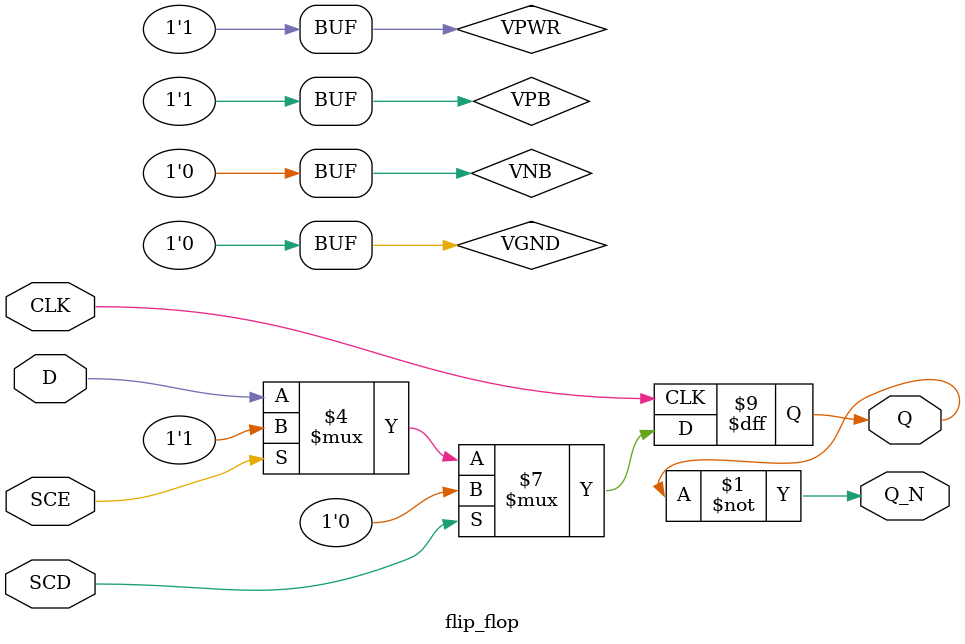
<source format=v>
module flip_flop (
    Q,
    Q_N,
    CLK,
    D,
    SCD,
    SCE
);

    output Q;
    output Q_N;
    input CLK;
    input D;
    input SCD;
    input SCE;

    // Voltage supply signals
    supply1 VPWR;
    supply0 VGND;
    supply1 VPB;
    supply0 VNB;

    reg Q;
    assign Q_N = ~Q;

    always @(posedge CLK) begin
        if (SCD) begin
            Q <= 0;
        end else if (SCE) begin
            Q <= 1;
        end else begin
            Q <= D;
        end
    end

endmodule
</source>
